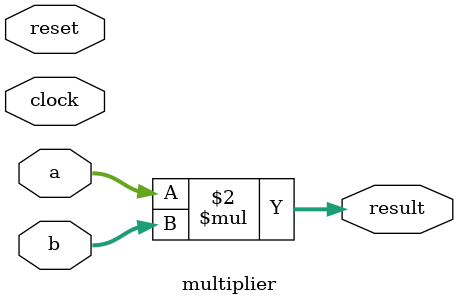
<source format=v>
`timescale 1ns/1ps

module multiplier (
    input wire clock,
    input wire reset,
    input wire [4:0] a,
    input wire [4:0] b,
    output reg [9:0] result
);
  reg [9:0] c;
  always @(*) begin
    result <= a * b;
  end
  always @(posedge clock or posedge reset) begin
    if(reset) begin
        c<=0;
    end
    else begin
        c <= result;
    end
  end
endmodule
</source>
